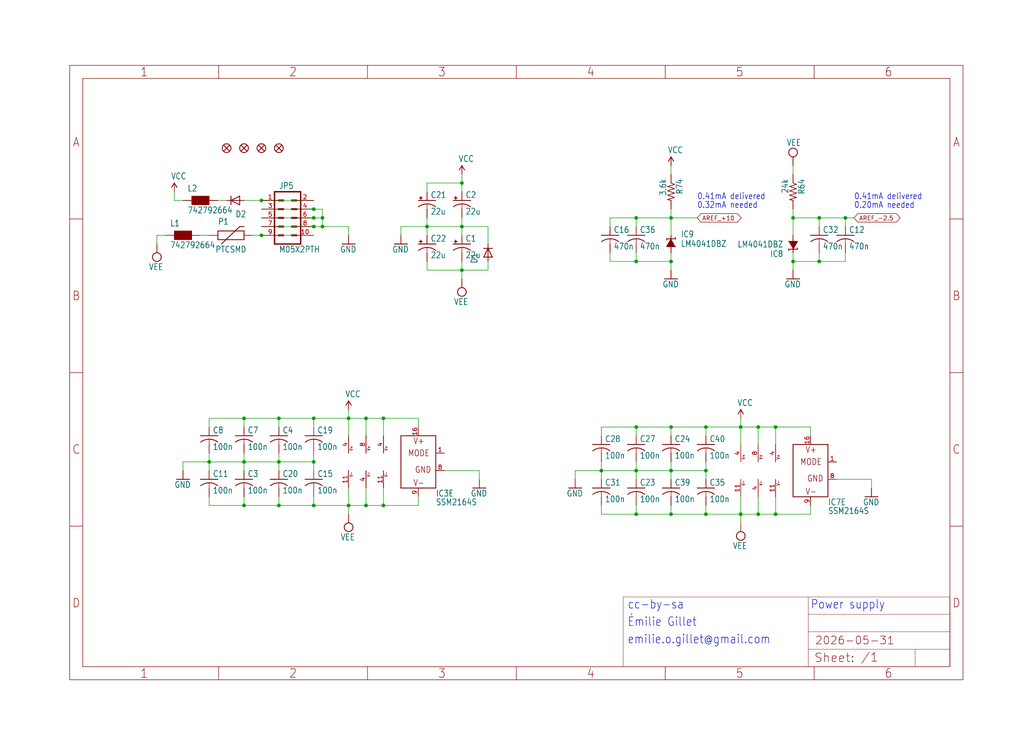
<source format=kicad_sch>
(kicad_sch (version 20230121) (generator eeschema)
  (paper "User" 298.45 217.17)
  (lib_symbols
    (symbol "veils_v40-eagle-import:A4L-LOC"
      (symbol "A4L-LOC_1_0"
        (text "${#}/${##}" (at 230.505 5.08 0) (effects (font (size 2.54 2.54)) (justify left bottom)))
        (text "${CURRENT_DATE}" (at 217.17 10.16 0) (effects (font (size 2.286 2.286)) (justify left bottom)))
        (text "${PROJECTNAME}" (at 217.17 15.24 0) (effects (font (size 2.54 2.54)) (justify left bottom)))
        (text "1" (at 21.6958 1.905 0) (effects (font (size 2.54 2.286))))
        (text "1" (at 21.6958 177.165 0) (effects (font (size 2.54 2.286))))
        (text "2" (at 65.0875 1.905 0) (effects (font (size 2.54 2.286))))
        (text "2" (at 65.0875 177.165 0) (effects (font (size 2.54 2.286))))
        (text "3" (at 108.4792 1.905 0) (effects (font (size 2.54 2.286))))
        (text "3" (at 108.4792 177.165 0) (effects (font (size 2.54 2.286))))
        (text "4" (at 151.8708 1.905 0) (effects (font (size 2.54 2.286))))
        (text "4" (at 151.8708 177.165 0) (effects (font (size 2.54 2.286))))
        (text "5" (at 195.2625 1.905 0) (effects (font (size 2.54 2.286))))
        (text "5" (at 195.2625 177.165 0) (effects (font (size 2.54 2.286))))
        (text "6" (at 238.6542 1.905 0) (effects (font (size 2.54 2.286))))
        (text "6" (at 238.6542 177.165 0) (effects (font (size 2.54 2.286))))
        (text "A" (at 1.905 156.6863 0) (effects (font (size 2.54 2.286))))
        (text "A" (at 258.445 156.6863 0) (effects (font (size 2.54 2.286))))
        (text "B" (at 1.905 111.9188 0) (effects (font (size 2.54 2.286))))
        (text "B" (at 258.445 111.9188 0) (effects (font (size 2.54 2.286))))
        (text "C" (at 1.905 67.1513 0) (effects (font (size 2.54 2.286))))
        (text "C" (at 258.445 67.1513 0) (effects (font (size 2.54 2.286))))
        (text "D" (at 1.905 22.3838 0) (effects (font (size 2.54 2.286))))
        (text "D" (at 258.445 22.3838 0) (effects (font (size 2.54 2.286))))
        (text "Sheet:" (at 216.916 4.953 0) (effects (font (size 2.54 2.54)) (justify left bottom)))
      )
    )
    (symbol "veils_v40-eagle-import:C-USC0402"
      (property "Reference" "C" (at 1.016 0.635 0))
      (symbol "C-USC0402_1_0"
        (pin passive line (at 0 2.54 270) (length 2.54) (name "1") (number "1"))
        (pin passive line (at 0 -5.08 90) (length 2.54) (name "2") (number "2"))
      )
    )
    (symbol "veils_v40-eagle-import:CPOL-USB"
      (property "Reference" "C" (at 1.016 0.635 0))
      (symbol "CPOL-USB_1_0"
        (pin passive line (at 0 2.54 270) (length 2.54) (name "+") (number "+"))
        (pin passive line (at 0 -5.08 90) (length 2.54) (name "-") (number "-"))
      )
    )
    (symbol "veils_v40-eagle-import:DIODE-SOD123"
      (property "Reference" "D" (at 2.54 0.4826 0))
      (symbol "DIODE-SOD123_1_0"
        (pin passive line (at -2.54 0 0) (length 2.54) (name "A") (number "A"))
        (pin passive line (at 2.54 0 180) (length 2.54) (name "C") (number "C"))
      )
    )
    (symbol "veils_v40-eagle-import:FIDUCIAL1X2")
    (symbol "veils_v40-eagle-import:GND" (power)
      (property "Value" "GND" (at -2.54 -2.54 0))
      (symbol "GND_1_0"
        (pin power_in line (at 0 2.54 270) (length 2.54) (name "GND") (number "1"))
      )
    )
    (symbol "veils_v40-eagle-import:LM4041DBZ"
      (property "Reference" "IC" (at 2.794 1.905 0))
      (symbol "LM4041DBZ_1_0"
        (pin passive line (at 0 2.54 270) (length 2.54) (name "C") (number "1"))
        (pin passive line (at 0 -2.54 90) (length 2.54) (name "A") (number "2"))
      )
    )
    (symbol "veils_v40-eagle-import:M05X2PTH"
      (property "Reference" "JP" (at -2.54 8.382 0))
      (symbol "M05X2PTH_1_0"
        (pin passive line (at -7.62 5.08 0) (length 5.08) (name "1") (number "1"))
        (pin passive line (at 7.62 -5.08 180) (length 5.08) (name "10") (number "10"))
        (pin passive line (at 7.62 5.08 180) (length 5.08) (name "2") (number "2"))
        (pin passive line (at -7.62 2.54 0) (length 5.08) (name "3") (number "3"))
        (pin passive line (at 7.62 2.54 180) (length 5.08) (name "4") (number "4"))
        (pin passive line (at -7.62 0 0) (length 5.08) (name "5") (number "5"))
        (pin passive line (at 7.62 0 180) (length 5.08) (name "6") (number "6"))
        (pin passive line (at -7.62 -2.54 0) (length 5.08) (name "7") (number "7"))
        (pin passive line (at 7.62 -2.54 180) (length 5.08) (name "8") (number "8"))
        (pin passive line (at -7.62 -5.08 0) (length 5.08) (name "9") (number "9"))
      )
    )
    (symbol "veils_v40-eagle-import:PTCSMD"
      (property "Reference" "F" (at -2.54 3.048 0))
      (symbol "PTCSMD_1_0"
        (pin bidirectional line (at -5.08 0 0) (length 2.54) (name "1") (number "1"))
        (pin bidirectional line (at 7.62 0 180) (length 2.54) (name "2") (number "2"))
      )
    )
    (symbol "veils_v40-eagle-import:R-US_R0402"
      (property "Reference" "R" (at -3.81 1.4986 0))
      (symbol "R-US_R0402_1_0"
        (pin passive line (at -5.08 0 0) (length 2.54) (name "1") (number "1"))
        (pin passive line (at 5.08 0 180) (length 2.54) (name "2") (number "2"))
      )
    )
    (symbol "veils_v40-eagle-import:SSM2164S"
      (property "Reference" "IC" (at 5.08 -12.7 0))
      (symbol "SSM2164S_1_0"
        (pin input line (at -5.08 0 0) (length 2.54) (name "IN") (number "2"))
        (pin input line (at 0 7.62 270) (length 2.54) (name "CTRL") (number "3"))
        (pin output line (at 12.7 0 180) (length 2.54) (name "OUT") (number "4"))
      )
      (symbol "SSM2164S_2_0"
        (pin output line (at 12.7 0 180) (length 2.54) (name "OUT") (number "5"))
        (pin input line (at 0 7.62 270) (length 2.54) (name "CTRL") (number "6"))
        (pin input line (at -5.08 0 0) (length 2.54) (name "IN") (number "7"))
      )
      (symbol "SSM2164S_3_0"
        (pin input line (at -5.08 0 0) (length 2.54) (name "IN") (number "10"))
        (pin input line (at 0 7.62 270) (length 2.54) (name "CTRL") (number "11"))
        (pin output line (at 12.7 0 180) (length 2.54) (name "OUT") (number "12"))
      )
      (symbol "SSM2164S_4_0"
        (pin output line (at 12.7 0 180) (length 2.54) (name "OUT") (number "13"))
        (pin input line (at 0 7.62 270) (length 2.54) (name "CTRL") (number "14"))
        (pin input line (at -5.08 0 0) (length 2.54) (name "IN") (number "15"))
      )
      (symbol "SSM2164S_5_0"
        (text "GND" (at -1.016 -5.842 0) (effects (font (size 1.778 1.5113)) (justify left bottom)))
        (text "MODE" (at -3.048 -1.016 0) (effects (font (size 1.778 1.5113)) (justify left bottom)))
        (text "V+" (at -1.524 2.54 0) (effects (font (size 1.778 1.5113)) (justify left bottom)))
        (text "V-" (at -1.524 -9.652 0) (effects (font (size 1.778 1.5113)) (justify left bottom)))
        (pin input line (at 7.62 0 180) (length 2.54) (name "MODE") (number "1"))
        (pin power_in line (at 0 7.62 270) (length 2.54) (name "V+") (number "16"))
        (pin power_in line (at 7.62 -5.08 180) (length 2.54) (name "GND") (number "8"))
        (pin power_in line (at 0 -12.7 90) (length 2.54) (name "V-") (number "9"))
      )
    )
    (symbol "veils_v40-eagle-import:TL072PW"
      (symbol "TL072PW_1_0"
        (pin output line (at 7.62 0 180) (length 2.54) (name "OUT") (number "1"))
        (pin input line (at -7.62 -2.54 0) (length 2.54) (name "-IN") (number "2"))
        (pin input line (at -7.62 2.54 0) (length 2.54) (name "+IN") (number "3"))
      )
      (symbol "TL072PW_2_0"
        (pin input line (at -7.62 2.54 0) (length 2.54) (name "+IN") (number "5"))
        (pin input line (at -7.62 -2.54 0) (length 2.54) (name "-IN") (number "6"))
        (pin output line (at 7.62 0 180) (length 2.54) (name "OUT") (number "7"))
      )
      (symbol "TL072PW_3_0"
        (text "V+" (at 1.27 3.175 900) (effects (font (size 0.8128 0.6908)) (justify left bottom)))
        (text "V-" (at 1.27 -4.445 900) (effects (font (size 0.8128 0.6908)) (justify left bottom)))
        (pin power_in line (at 0 -7.62 90) (length 5.08) (name "V-") (number "4"))
        (pin power_in line (at 0 7.62 270) (length 5.08) (name "V+") (number "8"))
      )
    )
    (symbol "veils_v40-eagle-import:TL074PW"
      (symbol "TL074PW_1_0"
        (pin output line (at 7.62 0 180) (length 2.54) (name "OUT") (number "1"))
        (pin input line (at -7.62 -2.54 0) (length 2.54) (name "-IN") (number "2"))
        (pin input line (at -7.62 2.54 0) (length 2.54) (name "+IN") (number "3"))
      )
      (symbol "TL074PW_2_0"
        (pin input line (at -7.62 2.54 0) (length 2.54) (name "+IN") (number "5"))
        (pin input line (at -7.62 -2.54 0) (length 2.54) (name "-IN") (number "6"))
        (pin output line (at 7.62 0 180) (length 2.54) (name "OUT") (number "7"))
      )
      (symbol "TL074PW_3_0"
        (pin input line (at -7.62 2.54 0) (length 2.54) (name "+IN") (number "10"))
        (pin output line (at 7.62 0 180) (length 2.54) (name "OUT") (number "8"))
        (pin input line (at -7.62 -2.54 0) (length 2.54) (name "-IN") (number "9"))
      )
      (symbol "TL074PW_4_0"
        (pin input line (at -7.62 2.54 0) (length 2.54) (name "+IN") (number "12"))
        (pin input line (at -7.62 -2.54 0) (length 2.54) (name "-IN") (number "13"))
        (pin output line (at 7.62 0 180) (length 2.54) (name "OUT") (number "14"))
      )
      (symbol "TL074PW_5_0"
        (text "V+" (at 1.27 3.175 900) (effects (font (size 0.8128 0.6908)) (justify left bottom)))
        (text "V-" (at 1.27 -4.445 900) (effects (font (size 0.8128 0.6908)) (justify left bottom)))
        (pin power_in line (at 0 -7.62 90) (length 5.08) (name "V-") (number "11"))
        (pin power_in line (at 0 7.62 270) (length 5.08) (name "V+") (number "4"))
      )
    )
    (symbol "veils_v40-eagle-import:VCC" (power)
      (property "Value" "VCC" (at -1.016 3.556 0))
      (symbol "VCC_1_0"
        (pin power_in line (at 0 0 90) (length 2.54) (name "VCC") (number "1"))
      )
    )
    (symbol "veils_v40-eagle-import:VEE" (power)
      (property "Value" "VEE" (at -1.905 3.175 0))
      (symbol "VEE_1_0"
        (pin power_in line (at 0 -2.54 90) (length 2.54) (name "VEE") (number "1"))
      )
    )
    (symbol "veils_v40-eagle-import:WE-CBF_0603"
      (property "Reference" "L" (at -3.81 5.08 0))
      (symbol "WE-CBF_0603_1_0"
        (pin passive line (at -5.08 2.54 0) (length 2.54) (name "1") (number "1"))
        (pin passive line (at 5.08 2.54 180) (length 2.54) (name "2") (number "2"))
      )
    )
  )
  (junction (at 71.12 147.32))
  (junction (at 185.42 149.86))
  (junction (at 238.76 63.5))
  (junction (at 101.6 121.92))
  (junction (at 76.2 68.58))
  (junction (at 93.98 63.5))
  (junction (at 91.44 134.62))
  (junction (at 134.62 66.04))
  (junction (at 106.68 121.92))
  (junction (at 101.6 147.32))
  (junction (at 175.26 137.16))
  (junction (at 71.12 121.92))
  (junction (at 195.58 149.86))
  (junction (at 81.28 134.62))
  (junction (at 195.58 76.2))
  (junction (at 124.46 66.04))
  (junction (at 71.12 134.62))
  (junction (at 215.9 124.46))
  (junction (at 93.98 66.04))
  (junction (at 91.44 66.04))
  (junction (at 205.74 137.16))
  (junction (at 195.58 124.46))
  (junction (at 185.42 76.2))
  (junction (at 220.98 149.86))
  (junction (at 205.74 149.86))
  (junction (at 231.14 63.5))
  (junction (at 195.58 63.5))
  (junction (at 134.62 78.74))
  (junction (at 246.38 63.5))
  (junction (at 81.28 147.32))
  (junction (at 185.42 124.46))
  (junction (at 91.44 60.96))
  (junction (at 91.44 121.92))
  (junction (at 215.9 149.86))
  (junction (at 91.44 147.32))
  (junction (at 91.44 63.5))
  (junction (at 238.76 76.2))
  (junction (at 185.42 137.16))
  (junction (at 185.42 63.5))
  (junction (at 220.98 124.46))
  (junction (at 81.28 121.92))
  (junction (at 231.14 76.2))
  (junction (at 106.68 147.32))
  (junction (at 195.58 137.16))
  (junction (at 226.06 124.46))
  (junction (at 134.62 53.34))
  (junction (at 76.2 58.42))
  (junction (at 205.74 124.46))
  (junction (at 111.76 121.92))
  (junction (at 111.76 147.32))
  (junction (at 226.06 149.86))
  (junction (at 60.96 134.62))
  (wire (pts (xy 254 139.7) (xy 254 142.24)) (stroke (width 0.1524)))
  (wire (pts (xy 205.74 147.32) (xy 205.74 149.86)) (stroke (width 0.1524)))
  (wire (pts (xy 124.46 76.2) (xy 124.46 78.74)) (stroke (width 0.1524)))
  (wire (pts (xy 177.8 73.66) (xy 177.8 76.2)) (stroke (width 0.1524)))
  (wire (pts (xy 124.46 66.04) (xy 124.46 63.5)) (stroke (width 0.1524)))
  (wire (pts (xy 101.6 147.32) (xy 101.6 149.86)) (stroke (width 0.1524)))
  (wire (pts (xy 185.42 63.5) (xy 177.8 63.5)) (stroke (width 0.1524)))
  (wire (pts (xy 111.76 147.32) (xy 121.92 147.32)) (stroke (width 0.1524)))
  (wire (pts (xy 142.24 78.74) (xy 142.24 76.2)) (stroke (width 0.1524)))
  (wire (pts (xy 124.46 78.74) (xy 134.62 78.74)) (stroke (width 0.1524)))
  (wire (pts (xy 215.9 121.92) (xy 215.9 124.46)) (stroke (width 0.1524)))
  (wire (pts (xy 60.96 147.32) (xy 71.12 147.32)) (stroke (width 0.1524)))
  (wire (pts (xy 238.76 76.2) (xy 246.38 76.2)) (stroke (width 0.1524)))
  (wire (pts (xy 185.42 127) (xy 185.42 124.46)) (stroke (width 0.1524)))
  (wire (pts (xy 226.06 144.78) (xy 226.06 149.86)) (stroke (width 0.1524)))
  (wire (pts (xy 93.98 63.5) (xy 93.98 66.04)) (stroke (width 0.1524)))
  (wire (pts (xy 238.76 63.5) (xy 231.14 63.5)) (stroke (width 0.1524)))
  (wire (pts (xy 205.74 137.16) (xy 205.74 139.7)) (stroke (width 0.1524)))
  (wire (pts (xy 134.62 66.04) (xy 124.46 66.04)) (stroke (width 0.1524)))
  (wire (pts (xy 185.42 63.5) (xy 195.58 63.5)) (stroke (width 0.1524)))
  (wire (pts (xy 215.9 152.4) (xy 215.9 149.86)) (stroke (width 0.1524)))
  (wire (pts (xy 93.98 66.04) (xy 101.6 66.04)) (stroke (width 0.1524)))
  (wire (pts (xy 195.58 76.2) (xy 195.58 78.74)) (stroke (width 0.1524)))
  (wire (pts (xy 134.62 78.74) (xy 134.62 81.28)) (stroke (width 0.1524)))
  (wire (pts (xy 231.14 76.2) (xy 238.76 76.2)) (stroke (width 0.1524)))
  (wire (pts (xy 93.98 63.5) (xy 91.44 63.5)) (stroke (width 0.1524)))
  (wire (pts (xy 76.2 66.04) (xy 91.44 66.04)) (stroke (width 0.1524)))
  (wire (pts (xy 71.12 58.42) (xy 76.2 58.42)) (stroke (width 0.1524)))
  (wire (pts (xy 220.98 124.46) (xy 226.06 124.46)) (stroke (width 0.1524)))
  (wire (pts (xy 195.58 50.8) (xy 195.58 48.26)) (stroke (width 0.1524)))
  (wire (pts (xy 93.98 60.96) (xy 93.98 63.5)) (stroke (width 0.1524)))
  (wire (pts (xy 124.46 55.88) (xy 124.46 53.34)) (stroke (width 0.1524)))
  (wire (pts (xy 111.76 142.24) (xy 111.76 147.32)) (stroke (width 0.1524)))
  (wire (pts (xy 134.62 66.04) (xy 142.24 66.04)) (stroke (width 0.1524)))
  (wire (pts (xy 71.12 147.32) (xy 81.28 147.32)) (stroke (width 0.1524)))
  (wire (pts (xy 175.26 149.86) (xy 175.26 147.32)) (stroke (width 0.1524)))
  (wire (pts (xy 71.12 121.92) (xy 60.96 121.92)) (stroke (width 0.1524)))
  (wire (pts (xy 195.58 76.2) (xy 195.58 73.66)) (stroke (width 0.1524)))
  (wire (pts (xy 246.38 63.5) (xy 248.92 63.5)) (stroke (width 0.1524)))
  (wire (pts (xy 215.9 129.54) (xy 215.9 124.46)) (stroke (width 0.1524)))
  (wire (pts (xy 124.46 66.04) (xy 116.84 66.04)) (stroke (width 0.1524)))
  (wire (pts (xy 185.42 149.86) (xy 195.58 149.86)) (stroke (width 0.1524)))
  (wire (pts (xy 185.42 66.04) (xy 185.42 63.5)) (stroke (width 0.1524)))
  (wire (pts (xy 195.58 127) (xy 195.58 124.46)) (stroke (width 0.1524)))
  (wire (pts (xy 60.96 68.58) (xy 58.42 68.58)) (stroke (width 0.1524)))
  (wire (pts (xy 91.44 144.78) (xy 91.44 147.32)) (stroke (width 0.1524)))
  (wire (pts (xy 63.5 58.42) (xy 66.04 58.42)) (stroke (width 0.1524)))
  (wire (pts (xy 76.2 68.58) (xy 91.44 68.58)) (stroke (width 0.1524)))
  (wire (pts (xy 60.96 137.16) (xy 60.96 134.62)) (stroke (width 0.1524)))
  (wire (pts (xy 101.6 121.92) (xy 106.68 121.92)) (stroke (width 0.1524)))
  (wire (pts (xy 81.28 134.62) (xy 81.28 137.16)) (stroke (width 0.1524)))
  (wire (pts (xy 134.62 76.2) (xy 134.62 78.74)) (stroke (width 0.1524)))
  (wire (pts (xy 81.28 144.78) (xy 81.28 147.32)) (stroke (width 0.1524)))
  (wire (pts (xy 106.68 147.32) (xy 111.76 147.32)) (stroke (width 0.1524)))
  (wire (pts (xy 195.58 137.16) (xy 195.58 139.7)) (stroke (width 0.1524)))
  (wire (pts (xy 220.98 149.86) (xy 226.06 149.86)) (stroke (width 0.1524)))
  (wire (pts (xy 111.76 121.92) (xy 121.92 121.92)) (stroke (width 0.1524)))
  (wire (pts (xy 175.26 139.7) (xy 175.26 137.16)) (stroke (width 0.1524)))
  (wire (pts (xy 185.42 137.16) (xy 195.58 137.16)) (stroke (width 0.1524)))
  (wire (pts (xy 81.28 124.46) (xy 81.28 121.92)) (stroke (width 0.1524)))
  (wire (pts (xy 91.44 121.92) (xy 101.6 121.92)) (stroke (width 0.1524)))
  (wire (pts (xy 106.68 142.24) (xy 106.68 147.32)) (stroke (width 0.1524)))
  (wire (pts (xy 139.7 137.16) (xy 139.7 139.7)) (stroke (width 0.1524)))
  (wire (pts (xy 50.8 58.42) (xy 53.34 58.42)) (stroke (width 0.1524)))
  (wire (pts (xy 185.42 137.16) (xy 185.42 134.62)) (stroke (width 0.1524)))
  (wire (pts (xy 175.26 124.46) (xy 175.26 127)) (stroke (width 0.1524)))
  (wire (pts (xy 91.44 134.62) (xy 91.44 132.08)) (stroke (width 0.1524)))
  (wire (pts (xy 215.9 144.78) (xy 215.9 149.86)) (stroke (width 0.1524)))
  (wire (pts (xy 101.6 121.92) (xy 101.6 119.38)) (stroke (width 0.1524)))
  (wire (pts (xy 134.62 63.5) (xy 134.62 66.04)) (stroke (width 0.1524)))
  (wire (pts (xy 76.2 60.96) (xy 91.44 60.96)) (stroke (width 0.1524)))
  (wire (pts (xy 101.6 127) (xy 101.6 121.92)) (stroke (width 0.1524)))
  (wire (pts (xy 60.96 134.62) (xy 60.96 132.08)) (stroke (width 0.1524)))
  (wire (pts (xy 185.42 124.46) (xy 195.58 124.46)) (stroke (width 0.1524)))
  (wire (pts (xy 73.66 68.58) (xy 76.2 68.58)) (stroke (width 0.1524)))
  (wire (pts (xy 124.46 53.34) (xy 134.62 53.34)) (stroke (width 0.1524)))
  (wire (pts (xy 71.12 134.62) (xy 71.12 137.16)) (stroke (width 0.1524)))
  (wire (pts (xy 195.58 63.5) (xy 203.2 63.5)) (stroke (width 0.1524)))
  (wire (pts (xy 91.44 60.96) (xy 93.98 60.96)) (stroke (width 0.1524)))
  (wire (pts (xy 81.28 121.92) (xy 91.44 121.92)) (stroke (width 0.1524)))
  (wire (pts (xy 231.14 73.66) (xy 231.14 76.2)) (stroke (width 0.1524)))
  (wire (pts (xy 81.28 147.32) (xy 91.44 147.32)) (stroke (width 0.1524)))
  (wire (pts (xy 195.58 137.16) (xy 205.74 137.16)) (stroke (width 0.1524)))
  (wire (pts (xy 71.12 121.92) (xy 81.28 121.92)) (stroke (width 0.1524)))
  (wire (pts (xy 195.58 63.5) (xy 195.58 60.96)) (stroke (width 0.1524)))
  (wire (pts (xy 205.74 127) (xy 205.74 124.46)) (stroke (width 0.1524)))
  (wire (pts (xy 167.64 137.16) (xy 167.64 139.7)) (stroke (width 0.1524)))
  (wire (pts (xy 231.14 68.58) (xy 231.14 63.5)) (stroke (width 0.1524)))
  (wire (pts (xy 175.26 137.16) (xy 185.42 137.16)) (stroke (width 0.1524)))
  (wire (pts (xy 91.44 63.5) (xy 76.2 63.5)) (stroke (width 0.1524)))
  (wire (pts (xy 76.2 58.42) (xy 91.44 58.42)) (stroke (width 0.1524)))
  (wire (pts (xy 129.54 137.16) (xy 139.7 137.16)) (stroke (width 0.1524)))
  (wire (pts (xy 238.76 73.66) (xy 238.76 76.2)) (stroke (width 0.1524)))
  (wire (pts (xy 124.46 68.58) (xy 124.46 66.04)) (stroke (width 0.1524)))
  (wire (pts (xy 91.44 147.32) (xy 101.6 147.32)) (stroke (width 0.1524)))
  (wire (pts (xy 185.42 137.16) (xy 185.42 139.7)) (stroke (width 0.1524)))
  (wire (pts (xy 81.28 134.62) (xy 81.28 132.08)) (stroke (width 0.1524)))
  (wire (pts (xy 116.84 66.04) (xy 116.84 68.58)) (stroke (width 0.1524)))
  (wire (pts (xy 226.06 129.54) (xy 226.06 124.46)) (stroke (width 0.1524)))
  (wire (pts (xy 215.9 149.86) (xy 220.98 149.86)) (stroke (width 0.1524)))
  (wire (pts (xy 185.42 124.46) (xy 175.26 124.46)) (stroke (width 0.1524)))
  (wire (pts (xy 134.62 78.74) (xy 142.24 78.74)) (stroke (width 0.1524)))
  (wire (pts (xy 53.34 134.62) (xy 60.96 134.62)) (stroke (width 0.1524)))
  (wire (pts (xy 195.58 68.58) (xy 195.58 63.5)) (stroke (width 0.1524)))
  (wire (pts (xy 121.92 121.92) (xy 121.92 124.46)) (stroke (width 0.1524)))
  (wire (pts (xy 45.72 68.58) (xy 45.72 71.12)) (stroke (width 0.1524)))
  (wire (pts (xy 106.68 121.92) (xy 111.76 121.92)) (stroke (width 0.1524)))
  (wire (pts (xy 246.38 76.2) (xy 246.38 73.66)) (stroke (width 0.1524)))
  (wire (pts (xy 91.44 134.62) (xy 91.44 137.16)) (stroke (width 0.1524)))
  (wire (pts (xy 215.9 124.46) (xy 220.98 124.46)) (stroke (width 0.1524)))
  (wire (pts (xy 238.76 63.5) (xy 238.76 66.04)) (stroke (width 0.1524)))
  (wire (pts (xy 91.44 66.04) (xy 93.98 66.04)) (stroke (width 0.1524)))
  (wire (pts (xy 106.68 127) (xy 106.68 121.92)) (stroke (width 0.1524)))
  (wire (pts (xy 231.14 50.8) (xy 231.14 48.26)) (stroke (width 0.1524)))
  (wire (pts (xy 185.42 149.86) (xy 175.26 149.86)) (stroke (width 0.1524)))
  (wire (pts (xy 134.62 53.34) (xy 134.62 50.8)) (stroke (width 0.1524)))
  (wire (pts (xy 60.96 124.46) (xy 60.96 121.92)) (stroke (width 0.1524)))
  (wire (pts (xy 71.12 134.62) (xy 81.28 134.62)) (stroke (width 0.1524)))
  (wire (pts (xy 226.06 124.46) (xy 236.22 124.46)) (stroke (width 0.1524)))
  (wire (pts (xy 48.26 68.58) (xy 45.72 68.58)) (stroke (width 0.1524)))
  (wire (pts (xy 101.6 66.04) (xy 101.6 68.58)) (stroke (width 0.1524)))
  (wire (pts (xy 231.14 76.2) (xy 231.14 78.74)) (stroke (width 0.1524)))
  (wire (pts (xy 53.34 134.62) (xy 53.34 137.16)) (stroke (width 0.1524)))
  (wire (pts (xy 195.58 149.86) (xy 205.74 149.86)) (stroke (width 0.1524)))
  (wire (pts (xy 101.6 147.32) (xy 106.68 147.32)) (stroke (width 0.1524)))
  (wire (pts (xy 195.58 76.2) (xy 185.42 76.2)) (stroke (width 0.1524)))
  (wire (pts (xy 134.62 66.04) (xy 134.62 68.58)) (stroke (width 0.1524)))
  (wire (pts (xy 71.12 124.46) (xy 71.12 121.92)) (stroke (width 0.1524)))
  (wire (pts (xy 177.8 76.2) (xy 185.42 76.2)) (stroke (width 0.1524)))
  (wire (pts (xy 231.14 63.5) (xy 231.14 60.96)) (stroke (width 0.1524)))
  (wire (pts (xy 185.42 73.66) (xy 185.42 76.2)) (stroke (width 0.1524)))
  (wire (pts (xy 205.74 124.46) (xy 215.9 124.46)) (stroke (width 0.1524)))
  (wire (pts (xy 220.98 144.78) (xy 220.98 149.86)) (stroke (width 0.1524)))
  (wire (pts (xy 195.58 147.32) (xy 195.58 149.86)) (stroke (width 0.1524)))
  (wire (pts (xy 71.12 134.62) (xy 71.12 132.08)) (stroke (width 0.1524)))
  (wire (pts (xy 236.22 124.46) (xy 236.22 127)) (stroke (width 0.1524)))
  (wire (pts (xy 243.84 139.7) (xy 254 139.7)) (stroke (width 0.1524)))
  (wire (pts (xy 142.24 66.04) (xy 142.24 71.12)) (stroke (width 0.1524)))
  (wire (pts (xy 81.28 134.62) (xy 91.44 134.62)) (stroke (width 0.1524)))
  (wire (pts (xy 101.6 142.24) (xy 101.6 147.32)) (stroke (width 0.1524)))
  (wire (pts (xy 195.58 124.46) (xy 205.74 124.46)) (stroke (width 0.1524)))
  (wire (pts (xy 167.64 137.16) (xy 175.26 137.16)) (stroke (width 0.1524)))
  (wire (pts (xy 195.58 137.16) (xy 195.58 134.62)) (stroke (width 0.1524)))
  (wire (pts (xy 205.74 149.86) (xy 215.9 149.86)) (stroke (width 0.1524)))
  (wire (pts (xy 205.74 137.16) (xy 205.74 134.62)) (stroke (width 0.1524)))
  (wire (pts (xy 60.96 134.62) (xy 71.12 134.62)) (stroke (width 0.1524)))
  (wire (pts (xy 71.12 144.78) (xy 71.12 147.32)) (stroke (width 0.1524)))
  (wire (pts (xy 134.62 55.88) (xy 134.62 53.34)) (stroke (width 0.1524)))
  (wire (pts (xy 121.92 147.32) (xy 121.92 144.78)) (stroke (width 0.1524)))
  (wire (pts (xy 220.98 129.54) (xy 220.98 124.46)) (stroke (width 0.1524)))
  (wire (pts (xy 177.8 63.5) (xy 177.8 66.04)) (stroke (width 0.1524)))
  (wire (pts (xy 246.38 66.04) (xy 246.38 63.5)) (stroke (width 0.1524)))
  (wire (pts (xy 238.76 63.5) (xy 246.38 63.5)) (stroke (width 0.1524)))
  (wire (pts (xy 111.76 127) (xy 111.76 121.92)) (stroke (width 0.1524)))
  (wire (pts (xy 91.44 124.46) (xy 91.44 121.92)) (stroke (width 0.1524)))
  (wire (pts (xy 50.8 58.42) (xy 50.8 55.88)) (stroke (width 0.1524)))
  (wire (pts (xy 175.26 137.16) (xy 175.26 134.62)) (stroke (width 0.1524)))
  (wire (pts (xy 185.42 147.32) (xy 185.42 149.86)) (stroke (width 0.1524)))
  (wire (pts (xy 60.96 144.78) (xy 60.96 147.32)) (stroke (width 0.1524)))
  (wire (pts (xy 226.06 149.86) (xy 236.22 149.86)) (stroke (width 0.1524)))
  (wire (pts (xy 236.22 149.86) (xy 236.22 147.32)) (stroke (width 0.1524)))
  (text "Power supply" (at 236.22 177.8 0) (effects (font (size 2.54 2.159)) (justify left bottom)))
  (text "0.41mA delivered" (at 203.2 58.42 0) (effects (font (size 1.778 1.5113)) (justify left bottom)))
  (text "Émilie Gillet" (at 182.88 182.88 0) (effects (font (size 2.54 2.159)) (justify left bottom)))
  (text "0.32mA needed" (at 203.2 60.96 0) (effects (font (size 1.778 1.5113)) (justify left bottom)))
  (text "0.20mA needed" (at 248.92 60.96 0) (effects (font (size 1.778 1.5113)) (justify left bottom)))
  (text "cc-by-sa" (at 182.88 177.8 0) (effects (font (size 2.54 2.159)) (justify left bottom)))
  (text "0.41mA delivered" (at 248.92 58.42 0) (effects (font (size 1.778 1.5113)) (justify left bottom)))
  (text "emilie.o.gillet@gmail.com" (at 182.88 187.96 0) (effects (font (size 2.54 2.159)) (justify left bottom)))
  (global_label "AREF_+10" (shape bidirectional) (at 203.2 63.5 0) (effects (font (size 1.2446 1.2446))) (property "Intersheetrefs" "${INTERSHEET_REFS}" (effects hide)))
  (global_label "AREF_-2.5" (shape bidirectional) (at 248.92 63.5 0) (effects (font (size 1.2446 1.2446))) (property "Intersheetrefs" "${INTERSHEET_REFS}" (effects hide)))
  (symbol (lib_id "veils_v40-eagle-import:GND") (at 231.14 81.28 0) (unit 1)
    (property "Reference" "#GND69" (effects hide))
    (property "Value" "GND" (at 228.6 83.82 0) (effects (font (size 1.778 1.5113)) (justify left bottom)))
  )
  (symbol (lib_id "veils_v40-eagle-import:GND") (at 101.6 71.12 0) (unit 1)
    (property "Reference" "#GND23" (effects hide))
    (property "Value" "GND" (at 99.06 73.66 0) (effects (font (size 1.778 1.5113)) (justify left bottom)))
  )
  (symbol (lib_id "veils_v40-eagle-import:DIODE-SOD123") (at 142.24 73.66 270) (mirror x) (unit 1)
    (property "Reference" "D1" (at 139.2174 73.66 0) (effects (font (size 1.778 1.5113)) (justify right top)))
    (property "Value" "1N5819HW" (effects hide))
    (property "Footprint" "veils_v40:SOD123" (effects hide))
  )
  (symbol (lib_id "veils_v40-eagle-import:FIDUCIAL1X2") (at 76.2 43.18 0) (unit 1)
    (property "Reference" "JP2" (effects hide))
    (property "Value" "FIDUCIAL1X2" (effects hide))
    (property "Footprint" "veils_v40:FIDUCIAL-1X2" (effects hide))
  )
  (symbol (lib_id "veils_v40-eagle-import:GND") (at 254 144.78 0) (unit 1)
    (property "Reference" "#GND63" (effects hide))
    (property "Value" "GND" (at 251.46 147.32 0) (effects (font (size 1.778 1.5113)) (justify left bottom)))
  )
  (symbol (lib_id "veils_v40-eagle-import:C-USC0402") (at 175.26 142.24 0) (unit 1)
    (property "Reference" "C31" (at 176.276 141.605 0) (effects (font (size 1.778 1.5113)) (justify left bottom)))
    (property "Value" "100n" (at 176.276 146.431 0) (effects (font (size 1.778 1.5113)) (justify left bottom)))
    (property "Footprint" "veils_v40:C0402" (effects hide))
  )
  (symbol (lib_id "veils_v40-eagle-import:TL072PW") (at 106.68 134.62 0) (unit 3)
    (property "Reference" "IC2" (effects hide))
    (property "Value" "TL072PW" (effects hide))
    (property "Footprint" "veils_v40:TSSOP8" (effects hide))
  )
  (symbol (lib_id "veils_v40-eagle-import:TL074PW") (at 215.9 137.16 0) (unit 5)
    (property "Reference" "IC10" (effects hide))
    (property "Value" "TL074PW" (effects hide))
    (property "Footprint" "veils_v40:TSSOP14" (effects hide))
  )
  (symbol (lib_id "veils_v40-eagle-import:GND") (at 167.64 142.24 0) (unit 1)
    (property "Reference" "#GND62" (effects hide))
    (property "Value" "GND" (at 165.1 144.78 0) (effects (font (size 1.778 1.5113)) (justify left bottom)))
  )
  (symbol (lib_id "veils_v40-eagle-import:VEE") (at 215.9 154.94 180) (unit 1)
    (property "Reference" "#SUPPLY5" (effects hide))
    (property "Value" "VEE" (at 217.805 158.115 0) (effects (font (size 1.778 1.5113)) (justify left bottom)))
  )
  (symbol (lib_id "veils_v40-eagle-import:C-USC0402") (at 185.42 142.24 0) (unit 1)
    (property "Reference" "C23" (at 186.436 141.605 0) (effects (font (size 1.778 1.5113)) (justify left bottom)))
    (property "Value" "100n" (at 186.436 146.431 0) (effects (font (size 1.778 1.5113)) (justify left bottom)))
    (property "Footprint" "veils_v40:C0402" (effects hide))
  )
  (symbol (lib_id "veils_v40-eagle-import:C-USC0402") (at 71.12 139.7 0) (unit 1)
    (property "Reference" "C3" (at 72.136 139.065 0) (effects (font (size 1.778 1.5113)) (justify left bottom)))
    (property "Value" "100n" (at 72.136 143.891 0) (effects (font (size 1.778 1.5113)) (justify left bottom)))
    (property "Footprint" "veils_v40:C0402" (effects hide))
  )
  (symbol (lib_id "veils_v40-eagle-import:C-USC0402") (at 175.26 129.54 0) (unit 1)
    (property "Reference" "C28" (at 176.276 128.905 0) (effects (font (size 1.778 1.5113)) (justify left bottom)))
    (property "Value" "100n" (at 176.276 133.731 0) (effects (font (size 1.778 1.5113)) (justify left bottom)))
    (property "Footprint" "veils_v40:C0402" (effects hide))
  )
  (symbol (lib_id "veils_v40-eagle-import:C-USC0402") (at 71.12 127 0) (unit 1)
    (property "Reference" "C7" (at 72.136 126.365 0) (effects (font (size 1.778 1.5113)) (justify left bottom)))
    (property "Value" "100n" (at 72.136 131.191 0) (effects (font (size 1.778 1.5113)) (justify left bottom)))
    (property "Footprint" "veils_v40:C0402" (effects hide))
  )
  (symbol (lib_id "veils_v40-eagle-import:CPOL-USB") (at 134.62 58.42 0) (unit 1)
    (property "Reference" "C2" (at 135.636 57.785 0) (effects (font (size 1.778 1.5113)) (justify left bottom)))
    (property "Value" "22u" (at 135.636 62.611 0) (effects (font (size 1.778 1.5113)) (justify left bottom)))
    (property "Footprint" "veils_v40:PANASONIC_B" (effects hide))
  )
  (symbol (lib_id "veils_v40-eagle-import:SSM2164S") (at 236.22 134.62 0) (unit 5)
    (property "Reference" "IC7" (at 241.3 147.32 0) (effects (font (size 1.778 1.5113)) (justify left bottom)))
    (property "Value" "SSM2164S" (at 241.3 149.86 0) (effects (font (size 1.778 1.5113)) (justify left bottom)))
    (property "Footprint" "veils_v40:SOIC16N" (effects hide))
  )
  (symbol (lib_id "veils_v40-eagle-import:VEE") (at 101.6 152.4 180) (unit 1)
    (property "Reference" "#SUPPLY4" (effects hide))
    (property "Value" "VEE" (at 103.505 155.575 0) (effects (font (size 1.778 1.5113)) (justify left bottom)))
  )
  (symbol (lib_id "veils_v40-eagle-import:VCC") (at 215.9 121.92 0) (unit 1)
    (property "Reference" "#P+1" (effects hide))
    (property "Value" "VCC" (at 214.884 118.364 0) (effects (font (size 1.778 1.5113)) (justify left bottom)))
  )
  (symbol (lib_id "veils_v40-eagle-import:CPOL-USB") (at 134.62 71.12 0) (unit 1)
    (property "Reference" "C1" (at 135.636 70.485 0) (effects (font (size 1.778 1.5113)) (justify left bottom)))
    (property "Value" "22u" (at 135.636 75.311 0) (effects (font (size 1.778 1.5113)) (justify left bottom)))
    (property "Footprint" "veils_v40:PANASONIC_B" (effects hide))
  )
  (symbol (lib_id "veils_v40-eagle-import:C-USC0402") (at 195.58 129.54 0) (unit 1)
    (property "Reference" "C24" (at 196.596 128.905 0) (effects (font (size 1.778 1.5113)) (justify left bottom)))
    (property "Value" "100n" (at 196.596 133.731 0) (effects (font (size 1.778 1.5113)) (justify left bottom)))
    (property "Footprint" "veils_v40:C0402" (effects hide))
  )
  (symbol (lib_id "veils_v40-eagle-import:LM4041DBZ") (at 231.14 71.12 180) (unit 1)
    (property "Reference" "IC8" (at 228.346 73.025 0) (effects (font (size 1.778 1.5113)) (justify left bottom)))
    (property "Value" "LM4041DBZ" (at 228.346 70.231 0) (effects (font (size 1.778 1.5113)) (justify left bottom)))
    (property "Footprint" "veils_v40:DBZ_R-PDSO-G3" (effects hide))
  )
  (symbol (lib_id "veils_v40-eagle-import:VCC") (at 134.62 50.8 0) (unit 1)
    (property "Reference" "#P+3" (effects hide))
    (property "Value" "VCC" (at 133.604 47.244 0) (effects (font (size 1.778 1.5113)) (justify left bottom)))
  )
  (symbol (lib_id "veils_v40-eagle-import:GND") (at 195.58 81.28 0) (unit 1)
    (property "Reference" "#GND12" (effects hide))
    (property "Value" "GND" (at 193.04 83.82 0) (effects (font (size 1.778 1.5113)) (justify left bottom)))
  )
  (symbol (lib_id "veils_v40-eagle-import:PTCSMD") (at 66.04 68.58 0) (unit 1)
    (property "Reference" "P1" (at 63.5 65.532 0) (effects (font (size 1.778 1.5113)) (justify left bottom)))
    (property "Value" "PTCSMD" (at 62.738 73.66 0) (effects (font (size 1.778 1.5113)) (justify left bottom)))
    (property "Footprint" "veils_v40:PTC-1206" (effects hide))
  )
  (symbol (lib_id "veils_v40-eagle-import:VEE") (at 231.14 45.72 0) (unit 1)
    (property "Reference" "#SUPPLY1" (effects hide))
    (property "Value" "VEE" (at 229.235 42.545 0) (effects (font (size 1.778 1.5113)) (justify left bottom)))
  )
  (symbol (lib_id "veils_v40-eagle-import:C-USC0402") (at 185.42 68.58 0) (unit 1)
    (property "Reference" "C36" (at 186.436 67.945 0) (effects (font (size 1.778 1.5113)) (justify left bottom)))
    (property "Value" "470n" (at 186.436 72.771 0) (effects (font (size 1.778 1.5113)) (justify left bottom)))
    (property "Footprint" "veils_v40:C0402" (effects hide))
  )
  (symbol (lib_id "veils_v40-eagle-import:C-USC0402") (at 91.44 139.7 0) (unit 1)
    (property "Reference" "C15" (at 92.456 139.065 0) (effects (font (size 1.778 1.5113)) (justify left bottom)))
    (property "Value" "100n" (at 92.456 143.891 0) (effects (font (size 1.778 1.5113)) (justify left bottom)))
    (property "Footprint" "veils_v40:C0402" (effects hide))
  )
  (symbol (lib_id "veils_v40-eagle-import:C-USC0402") (at 205.74 129.54 0) (unit 1)
    (property "Reference" "C40" (at 206.756 128.905 0) (effects (font (size 1.778 1.5113)) (justify left bottom)))
    (property "Value" "100n" (at 206.756 133.731 0) (effects (font (size 1.778 1.5113)) (justify left bottom)))
    (property "Footprint" "veils_v40:C0402" (effects hide))
  )
  (symbol (lib_id "veils_v40-eagle-import:WE-CBF_0603") (at 58.42 60.96 0) (unit 1)
    (property "Reference" "L2" (at 54.61 55.88 0) (effects (font (size 1.778 1.5113)) (justify left bottom)))
    (property "Value" "742792664" (at 54.61 62.23 0) (effects (font (size 1.778 1.5113)) (justify left bottom)))
    (property "Footprint" "veils_v40:0603" (effects hide))
  )
  (symbol (lib_id "veils_v40-eagle-import:C-USC0402") (at 81.28 127 0) (unit 1)
    (property "Reference" "C4" (at 82.296 126.365 0) (effects (font (size 1.778 1.5113)) (justify left bottom)))
    (property "Value" "100n" (at 82.296 131.191 0) (effects (font (size 1.778 1.5113)) (justify left bottom)))
    (property "Footprint" "veils_v40:C0402" (effects hide))
  )
  (symbol (lib_id "veils_v40-eagle-import:GND") (at 53.34 139.7 0) (unit 1)
    (property "Reference" "#GND49" (effects hide))
    (property "Value" "GND" (at 50.8 142.24 0) (effects (font (size 1.778 1.5113)) (justify left bottom)))
  )
  (symbol (lib_id "veils_v40-eagle-import:C-USC0402") (at 195.58 142.24 0) (unit 1)
    (property "Reference" "C39" (at 196.596 141.605 0) (effects (font (size 1.778 1.5113)) (justify left bottom)))
    (property "Value" "100n" (at 196.596 146.431 0) (effects (font (size 1.778 1.5113)) (justify left bottom)))
    (property "Footprint" "veils_v40:C0402" (effects hide))
  )
  (symbol (lib_id "veils_v40-eagle-import:WE-CBF_0603") (at 53.34 71.12 0) (unit 1)
    (property "Reference" "L1" (at 49.53 66.04 0) (effects (font (size 1.778 1.5113)) (justify left bottom)))
    (property "Value" "742792664" (at 49.53 72.39 0) (effects (font (size 1.778 1.5113)) (justify left bottom)))
    (property "Footprint" "veils_v40:0603" (effects hide))
  )
  (symbol (lib_id "veils_v40-eagle-import:TL072PW") (at 220.98 137.16 0) (unit 3)
    (property "Reference" "IC6" (effects hide))
    (property "Value" "TL072PW" (effects hide))
    (property "Footprint" "veils_v40:TSSOP8" (effects hide))
  )
  (symbol (lib_id "veils_v40-eagle-import:C-USC0402") (at 205.74 142.24 0) (unit 1)
    (property "Reference" "C35" (at 206.756 141.605 0) (effects (font (size 1.778 1.5113)) (justify left bottom)))
    (property "Value" "100n" (at 206.756 146.431 0) (effects (font (size 1.778 1.5113)) (justify left bottom)))
    (property "Footprint" "veils_v40:C0402" (effects hide))
  )
  (symbol (lib_id "veils_v40-eagle-import:VCC") (at 195.58 48.26 0) (unit 1)
    (property "Reference" "#P+8" (effects hide))
    (property "Value" "VCC" (at 194.564 44.704 0) (effects (font (size 1.778 1.5113)) (justify left bottom)))
  )
  (symbol (lib_id "veils_v40-eagle-import:C-USC0402") (at 60.96 139.7 0) (unit 1)
    (property "Reference" "C11" (at 61.976 139.065 0) (effects (font (size 1.778 1.5113)) (justify left bottom)))
    (property "Value" "100n" (at 61.976 143.891 0) (effects (font (size 1.778 1.5113)) (justify left bottom)))
    (property "Footprint" "veils_v40:C0402" (effects hide))
  )
  (symbol (lib_id "veils_v40-eagle-import:C-USC0402") (at 246.38 68.58 0) (unit 1)
    (property "Reference" "C12" (at 247.396 67.945 0) (effects (font (size 1.778 1.5113)) (justify left bottom)))
    (property "Value" "470n" (at 247.396 72.771 0) (effects (font (size 1.778 1.5113)) (justify left bottom)))
    (property "Footprint" "veils_v40:C0402" (effects hide))
  )
  (symbol (lib_id "veils_v40-eagle-import:C-USC0402") (at 185.42 129.54 0) (unit 1)
    (property "Reference" "C27" (at 186.436 128.905 0) (effects (font (size 1.778 1.5113)) (justify left bottom)))
    (property "Value" "100n" (at 186.436 133.731 0) (effects (font (size 1.778 1.5113)) (justify left bottom)))
    (property "Footprint" "veils_v40:C0402" (effects hide))
  )
  (symbol (lib_id "veils_v40-eagle-import:FIDUCIAL1X2") (at 71.12 43.18 0) (unit 1)
    (property "Reference" "JP4" (effects hide))
    (property "Value" "FIDUCIAL1X2" (effects hide))
    (property "Footprint" "veils_v40:FIDUCIAL-1X2" (effects hide))
  )
  (symbol (lib_id "veils_v40-eagle-import:VCC") (at 50.8 55.88 0) (unit 1)
    (property "Reference" "#P+2" (effects hide))
    (property "Value" "VCC" (at 49.784 52.324 0) (effects (font (size 1.778 1.5113)) (justify left bottom)))
  )
  (symbol (lib_id "veils_v40-eagle-import:VCC") (at 101.6 119.38 0) (unit 1)
    (property "Reference" "#P+10" (effects hide))
    (property "Value" "VCC" (at 100.584 115.824 0) (effects (font (size 1.778 1.5113)) (justify left bottom)))
  )
  (symbol (lib_id "veils_v40-eagle-import:R-US_R0402") (at 231.14 55.88 270) (unit 1)
    (property "Reference" "R64" (at 232.6386 52.07 0) (effects (font (size 1.778 1.5113)) (justify left bottom)))
    (property "Value" "24k" (at 227.838 52.07 0) (effects (font (size 1.778 1.5113)) (justify left bottom)))
    (property "Footprint" "veils_v40:R0402" (effects hide))
  )
  (symbol (lib_id "veils_v40-eagle-import:GND") (at 116.84 71.12 0) (unit 1)
    (property "Reference" "#GND24" (effects hide))
    (property "Value" "GND" (at 114.3 73.66 0) (effects (font (size 1.778 1.5113)) (justify left bottom)))
  )
  (symbol (lib_id "veils_v40-eagle-import:VEE") (at 45.72 73.66 180) (unit 1)
    (property "Reference" "#SUPPLY2" (effects hide))
    (property "Value" "VEE" (at 47.625 76.835 0) (effects (font (size 1.778 1.5113)) (justify left bottom)))
  )
  (symbol (lib_id "veils_v40-eagle-import:CPOL-USB") (at 124.46 71.12 0) (unit 1)
    (property "Reference" "C22" (at 125.476 70.485 0) (effects (font (size 1.778 1.5113)) (justify left bottom)))
    (property "Value" "22u" (at 125.476 75.311 0) (effects (font (size 1.778 1.5113)) (justify left bottom)))
    (property "Footprint" "veils_v40:PANASONIC_B" (effects hide))
  )
  (symbol (lib_id "veils_v40-eagle-import:CPOL-USB") (at 124.46 58.42 0) (unit 1)
    (property "Reference" "C21" (at 125.476 57.785 0) (effects (font (size 1.778 1.5113)) (justify left bottom)))
    (property "Value" "22u" (at 125.476 62.611 0) (effects (font (size 1.778 1.5113)) (justify left bottom)))
    (property "Footprint" "veils_v40:PANASONIC_B" (effects hide))
  )
  (symbol (lib_id "veils_v40-eagle-import:TL074PW") (at 111.76 134.62 0) (unit 5)
    (property "Reference" "IC4" (effects hide))
    (property "Value" "TL074PW" (effects hide))
    (property "Footprint" "veils_v40:TSSOP14" (effects hide))
  )
  (symbol (lib_id "veils_v40-eagle-import:R-US_R0402") (at 195.58 55.88 270) (unit 1)
    (property "Reference" "R74" (at 197.0786 52.07 0) (effects (font (size 1.778 1.5113)) (justify left bottom)))
    (property "Value" "3.6k" (at 192.278 52.07 0) (effects (font (size 1.778 1.5113)) (justify left bottom)))
    (property "Footprint" "veils_v40:R0402" (effects hide))
  )
  (symbol (lib_id "veils_v40-eagle-import:TL074PW") (at 226.06 137.16 0) (unit 5)
    (property "Reference" "IC5" (effects hide))
    (property "Value" "TL074PW" (effects hide))
    (property "Footprint" "veils_v40:TSSOP14" (effects hide))
  )
  (symbol (lib_id "veils_v40-eagle-import:TL074PW") (at 101.6 134.62 0) (unit 5)
    (property "Reference" "IC1" (effects hide))
    (property "Value" "TL074PW" (effects hide))
    (property "Footprint" "veils_v40:TSSOP14" (effects hide))
  )
  (symbol (lib_id "veils_v40-eagle-import:C-USC0402") (at 81.28 139.7 0) (unit 1)
    (property "Reference" "C20" (at 82.296 139.065 0) (effects (font (size 1.778 1.5113)) (justify left bottom)))
    (property "Value" "100n" (at 82.296 143.891 0) (effects (font (size 1.778 1.5113)) (justify left bottom)))
    (property "Footprint" "veils_v40:C0402" (effects hide))
  )
  (symbol (lib_id "veils_v40-eagle-import:DIODE-SOD123") (at 68.58 58.42 0) (mirror y) (unit 1)
    (property "Reference" "D2" (at 68.58 61.4426 0) (effects (font (size 1.778 1.5113)) (justify right top)))
    (property "Value" "1N5819HW" (effects hide))
    (property "Footprint" "veils_v40:SOD123" (effects hide))
  )
  (symbol (lib_id "veils_v40-eagle-import:C-USC0402") (at 91.44 127 0) (unit 1)
    (property "Reference" "C19" (at 92.456 126.365 0) (effects (font (size 1.778 1.5113)) (justify left bottom)))
    (property "Value" "100n" (at 92.456 131.191 0) (effects (font (size 1.778 1.5113)) (justify left bottom)))
    (property "Footprint" "veils_v40:C0402" (effects hide))
  )
  (symbol (lib_id "veils_v40-eagle-import:VEE") (at 134.62 83.82 180) (unit 1)
    (property "Reference" "#SUPPLY3" (effects hide))
    (property "Value" "VEE" (at 136.525 86.995 0) (effects (font (size 1.778 1.5113)) (justify left bottom)))
  )
  (symbol (lib_id "veils_v40-eagle-import:FIDUCIAL1X2") (at 81.28 43.18 0) (unit 1)
    (property "Reference" "JP1" (effects hide))
    (property "Value" "FIDUCIAL1X2" (effects hide))
    (property "Footprint" "veils_v40:FIDUCIAL-1X2" (effects hide))
  )
  (symbol (lib_id "veils_v40-eagle-import:M05X2PTH") (at 83.82 63.5 0) (unit 1)
    (property "Reference" "JP5" (at 81.28 55.118 0) (effects (font (size 1.778 1.5113)) (justify left bottom)))
    (property "Value" "M05X2PTH" (at 81.28 73.66 0) (effects (font (size 1.778 1.5113)) (justify left bottom)))
    (property "Footprint" "veils_v40:AVR_ICSP" (effects hide))
  )
  (symbol (lib_id "veils_v40-eagle-import:FIDUCIAL1X2") (at 66.04 43.18 0) (unit 1)
    (property "Reference" "JP3" (effects hide))
    (property "Value" "FIDUCIAL1X2" (effects hide))
    (property "Footprint" "veils_v40:FIDUCIAL-1X2" (effects hide))
  )
  (symbol (lib_id "veils_v40-eagle-import:C-USC0402") (at 60.96 127 0) (unit 1)
    (property "Reference" "C8" (at 61.976 126.365 0) (effects (font (size 1.778 1.5113)) (justify left bottom)))
    (property "Value" "100n" (at 61.976 131.191 0) (effects (font (size 1.778 1.5113)) (justify left bottom)))
    (property "Footprint" "veils_v40:C0402" (effects hide))
  )
  (symbol (lib_id "veils_v40-eagle-import:GND") (at 139.7 142.24 0) (unit 1)
    (property "Reference" "#GND48" (effects hide))
    (property "Value" "GND" (at 137.16 144.78 0) (effects (font (size 1.778 1.5113)) (justify left bottom)))
  )
  (symbol (lib_id "veils_v40-eagle-import:LM4041DBZ") (at 195.58 71.12 0) (unit 1)
    (property "Reference" "IC9" (at 198.374 69.215 0) (effects (font (size 1.778 1.5113)) (justify left bottom)))
    (property "Value" "LM4041DBZ" (at 198.374 72.009 0) (effects (font (size 1.778 1.5113)) (justify left bottom)))
    (property "Footprint" "veils_v40:DBZ_R-PDSO-G3" (effects hide))
  )
  (symbol (lib_id "veils_v40-eagle-import:A4L-LOC") (at 20.32 198.12 0) (unit 1)
    (property "Reference" "#FRAME2" (effects hide))
    (property "Value" "A4L-LOC" (effects hide))
  )
  (symbol (lib_id "veils_v40-eagle-import:C-USC0402") (at 177.8 68.58 0) (unit 1)
    (property "Reference" "C16" (at 178.816 67.945 0) (effects (font (size 1.778 1.5113)) (justify left bottom)))
    (property "Value" "470n" (at 178.816 72.771 0) (effects (font (size 1.778 1.5113)) (justify left bottom)))
    (property "Footprint" "veils_v40:C0402" (effects hide))
  )
  (symbol (lib_id "veils_v40-eagle-import:C-USC0402") (at 238.76 68.58 0) (unit 1)
    (property "Reference" "C32" (at 239.776 67.945 0) (effects (font (size 1.778 1.5113)) (justify left bottom)))
    (property "Value" "470n" (at 239.776 72.771 0) (effects (font (size 1.778 1.5113)) (justify left bottom)))
    (property "Footprint" "veils_v40:C0402" (effects hide))
  )
  (symbol (lib_id "veils_v40-eagle-import:SSM2164S") (at 121.92 132.08 0) (unit 5)
    (property "Reference" "IC3" (at 127 144.78 0) (effects (font (size 1.778 1.5113)) (justify left bottom)))
    (property "Value" "SSM2164S" (at 127 147.32 0) (effects (font (size 1.778 1.5113)) (justify left bottom)))
    (property "Footprint" "veils_v40:SOIC16N" (effects hide))
  )
)
</source>
